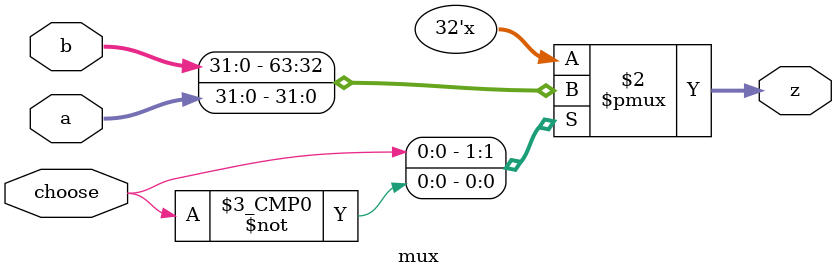
<source format=v>
`timescale 1ns / 1ns
module mux(
    input [31:0] a,
    input [31:0] b,
    input choose,
    output reg [31:0] z
    );
    always @(*)
    begin
    case(choose)
        1'b1:z <= b;
        1'b0:z <= a;
   endcase
   end
endmodule
</source>
